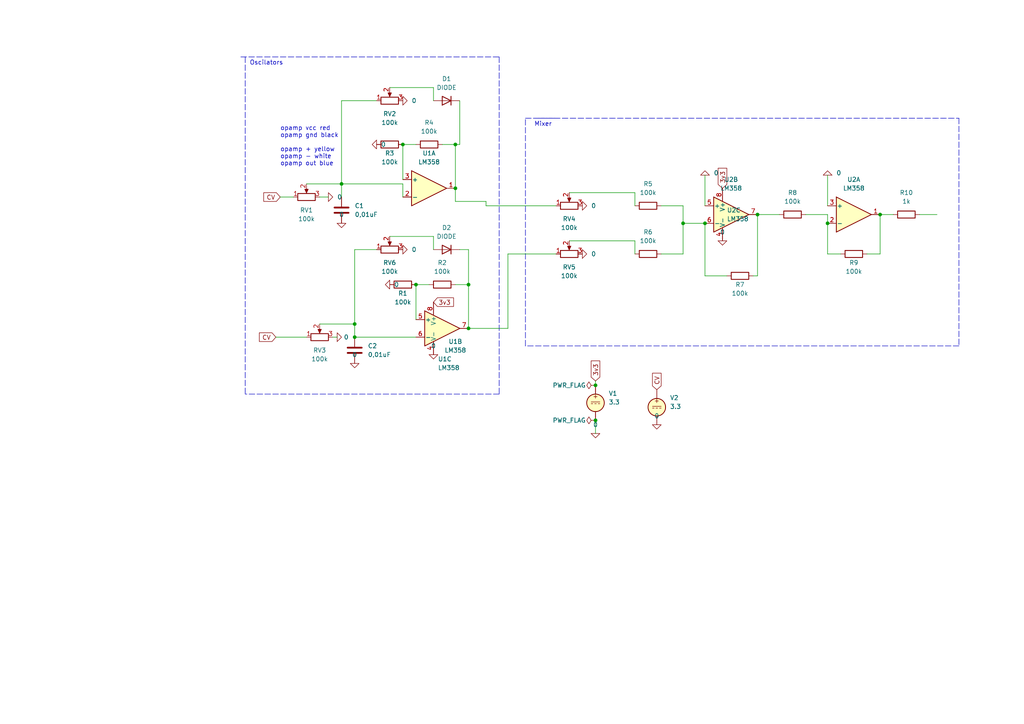
<source format=kicad_sch>
(kicad_sch (version 20211123) (generator eeschema)
  (paper "A4")
  (lib_symbols
    (symbol "Amplifier_Operational:LM358" (pin_names (offset 0.127))
      (property "Reference" "U" (at 0 5.08 0))
      (property "Value" "LM358" (at 0 -5.08 0))
      (symbol "LM358_1_1"
        (polyline (pts (xy -5.08 5.08) (xy 5.08 0) (xy -5.08 -5.08) (xy -5.08 5.08)) (stroke (width 0.254)) (fill (type background)))
        (pin output line (at 7.62 0 180) (length 2.54) (name "~") (number "1"))
        (pin input line (at -7.62 -2.54 0) (length 2.54) (name "-") (number "2"))
        (pin input line (at -7.62 2.54 0) (length 2.54) (name "+") (number "3"))
      )
      (symbol "LM358_2_1"
        (polyline (pts (xy -5.08 5.08) (xy 5.08 0) (xy -5.08 -5.08) (xy -5.08 5.08)) (stroke (width 0.254)) (fill (type background)))
        (pin input line (at -7.62 2.54 0) (length 2.54) (name "+") (number "5"))
        (pin input line (at -7.62 -2.54 0) (length 2.54) (name "-") (number "6"))
        (pin output line (at 7.62 0 180) (length 2.54) (name "~") (number "7"))
      )
      (symbol "LM358_3_1"
        (pin power_in line (at -2.54 -7.62 90) (length 3.81) (name "V-") (number "4"))
        (pin power_in line (at -2.54 7.62 270) (length 3.81) (name "V+") (number "8"))
      )
    )
    (symbol "Device:C" (pin_numbers hide) (pin_names (offset 0.254))
      (property "Reference" "C" (at 0.635 2.54 0))
      (property "Value" "C" (at 0.635 -2.54 0))
      (symbol "C_0_1"
        (polyline (pts (xy -2.032 -0.762) (xy 2.032 -0.762)) (stroke (width 0.508)))
        (polyline (pts (xy -2.032 0.762) (xy 2.032 0.762)) (stroke (width 0.508)))
      )
      (symbol "C_1_1"
        (pin passive line (at 0 3.81 270) (length 2.794) (name "~") (number "1"))
        (pin passive line (at 0 -3.81 90) (length 2.794) (name "~") (number "2"))
      )
    )
    (symbol "Device:R" (pin_numbers hide) (pin_names (offset 0))
      (property "Reference" "R" (at 2.032 0 90))
      (property "Value" "R" (at 0 0 90))
      (symbol "R_0_1"
        (rectangle (start -1.016 -2.54) (end 1.016 2.54) (stroke (width 0.254)))
      )
      (symbol "R_1_1"
        (pin passive line (at 0 3.81 270) (length 1.27) (name "~") (number "1"))
        (pin passive line (at 0 -3.81 90) (length 1.27) (name "~") (number "2"))
      )
    )
    (symbol "Device:R_Potentiometer" (pin_names (offset 1.016) hide)
      (property "Reference" "RV" (at -4.445 0 90))
      (property "Value" "R_Potentiometer" (at -2.54 0 90))
      (symbol "R_Potentiometer_0_1"
        (polyline (pts (xy 2.54 0) (xy 1.524 0)))
        (polyline (pts (xy 1.143 0) (xy 2.286 0.508) (xy 2.286 -0.508) (xy 1.143 0)) (fill (type outline)))
        (rectangle (start 1.016 2.54) (end -1.016 -2.54) (stroke (width 0.254)))
      )
      (symbol "R_Potentiometer_1_1"
        (pin passive line (at 0 3.81 270) (length 1.27) (name "1") (number "1"))
        (pin passive line (at 3.81 0 180) (length 1.27) (name "2") (number "2"))
        (pin passive line (at 0 -3.81 90) (length 1.27) (name "3") (number "3"))
      )
    )
    (symbol "Simulation_SPICE:DIODE" (pin_numbers hide) (pin_names (offset 1.016) hide)
      (property "Reference" "D" (at 0 2.54 0))
      (property "Value" "DIODE" (at 0 -2.54 0))
      (symbol "DIODE_0_1"
        (polyline (pts (xy 1.27 0) (xy -1.27 0)))
        (polyline (pts (xy 1.27 1.27) (xy 1.27 -1.27)) (stroke (width 0.254)))
        (polyline (pts (xy -1.27 -1.27) (xy -1.27 1.27) (xy 1.27 0) (xy -1.27 -1.27)) (stroke (width 0.254)))
      )
      (symbol "DIODE_1_1"
        (pin passive line (at -3.81 0 0) (length 2.54) (name "A") (number "1"))
        (pin passive line (at 3.81 0 180) (length 2.54) (name "K") (number "2"))
      )
    )
    (symbol "Simulation_SPICE:VDC" (pin_numbers hide) (pin_names (offset 0.0254))
      (property "Reference" "V" (at 2.54 2.54 0))
      (property "Value" "VDC" (at 2.54 0 0))
      (property "Spice_Model" "dc(1)" (at 2.54 -2.54 0))
      (symbol "VDC_0_0"
        (polyline (pts (xy -1.27 0.254) (xy 1.27 0.254)))
        (polyline (pts (xy -0.762 -0.254) (xy -1.27 -0.254)))
        (polyline (pts (xy 0.254 -0.254) (xy -0.254 -0.254)))
        (polyline (pts (xy 1.27 -0.254) (xy 0.762 -0.254)))
        (text "+" (at 0 1.905 0) (effects (font (size 1.27 1.27))))
      )
      (symbol "VDC_0_1"
        (circle (center 0 0) (radius 2.54) (stroke (width 0.254)) (fill (type background)))
      )
      (symbol "VDC_1_1"
        (pin passive line (at 0 5.08 270) (length 2.54) (name "~") (number "1"))
        (pin passive line (at 0 -5.08 90) (length 2.54) (name "~") (number "2"))
      )
    )
    (symbol "power:PWR_FLAG" (power) (pin_numbers hide) (pin_names (offset 0) hide)
      (property "Value" "PWR_FLAG" (at 0 3.81 0))
      (symbol "PWR_FLAG_0_0"
        (pin power_out line (at 0 0 90) (length 0) (name "pwr") (number "1"))
      )
      (symbol "PWR_FLAG_0_1"
        (polyline (pts (xy 0 0) (xy 0 1.27) (xy -1.016 1.905) (xy 0 2.54) (xy 1.016 1.905) (xy 0 1.27)))
      )
    )
    (symbol "pspice:0" (power) (pin_names (offset 0))
      (property "Value" "0" (at 0 -1.778 0))
      (symbol "0_0_1"
        (polyline (pts (xy -1.27 0) (xy 0 -1.27) (xy 1.27 0) (xy -1.27 0)))
      )
      (symbol "0_1_1"
        (pin power_in line (at 0 0 0) (length 0) hide (name "0") (number "1"))
      )
    )
  )
  (junction (at 172.72 121.92))
  (junction (at 99.06 53.34))
  (junction (at 132.08 41.91))
  (junction (at 132.08 54.61))
  (junction (at 204.47 64.77))
  (junction (at 116.84 41.91))
  (junction (at 135.89 82.55))
  (junction (at 255.27 62.23))
  (junction (at 102.87 97.79))
  (junction (at 219.71 62.23))
  (junction (at 135.89 95.25))
  (junction (at 172.72 111.76))
  (junction (at 240.03 64.77))
  (junction (at 102.87 93.98))
  (junction (at 198.12 64.77))
  (junction (at 120.65 82.55))
  (wire (pts (xy 140.97 59.69) (xy 140.97 58.42)))
  (wire (pts (xy 198.12 64.77) (xy 198.12 73.66)))
  (wire (pts (xy 113.03 25.4) (xy 125.73 25.4)))
  (wire (pts (xy 243.84 73.66) (xy 240.03 73.66)))
  (wire (pts (xy 102.87 97.79) (xy 120.65 97.79)))
  (wire (pts (xy 135.89 72.39) (xy 135.89 82.55)))
  (wire (pts (xy 165.1 69.85) (xy 184.15 69.85)))
  (wire (pts (xy 240.03 64.77) (xy 240.03 73.66)))
  (wire (pts (xy 255.27 62.23) (xy 255.27 73.66)))
  (polyline (pts (xy 156.21 34.29) (xy 278.13 34.29)))
  (wire (pts (xy 132.08 54.61) (xy 132.08 58.42)))
  (wire (pts (xy 140.97 58.42) (xy 132.08 58.42)))
  (wire (pts (xy 116.84 41.91) (xy 116.84 52.07)))
  (polyline (pts (xy 278.13 34.29) (xy 278.13 100.33)))
  (wire (pts (xy 133.35 41.91) (xy 132.08 41.91)))
  (wire (pts (xy 125.73 25.4) (xy 125.73 29.21)))
  (wire (pts (xy 147.32 73.66) (xy 161.29 73.66)))
  (polyline (pts (xy 152.4 100.33) (xy 152.4 34.29)))
  (polyline (pts (xy 144.78 114.3) (xy 71.12 114.3)))
  (wire (pts (xy 85.09 57.15) (xy 81.28 57.15)))
  (wire (pts (xy 147.32 73.66) (xy 147.32 95.25)))
  (wire (pts (xy 172.72 110.49) (xy 172.72 111.76)))
  (polyline (pts (xy 69.85 16.51) (xy 144.78 16.51)))
  (wire (pts (xy 102.87 93.98) (xy 102.87 97.79)))
  (wire (pts (xy 109.22 29.21) (xy 99.06 29.21)))
  (wire (pts (xy 219.71 80.01) (xy 219.71 62.23)))
  (wire (pts (xy 135.89 82.55) (xy 132.08 82.55)))
  (wire (pts (xy 198.12 64.77) (xy 204.47 64.77)))
  (wire (pts (xy 92.71 57.15) (xy 95.25 57.15)))
  (wire (pts (xy 133.35 72.39) (xy 135.89 72.39)))
  (wire (pts (xy 204.47 50.8) (xy 204.47 59.69)))
  (wire (pts (xy 233.68 62.23) (xy 240.03 62.23)))
  (wire (pts (xy 135.89 82.55) (xy 135.89 95.25)))
  (wire (pts (xy 255.27 62.23) (xy 259.08 62.23)))
  (wire (pts (xy 99.06 53.34) (xy 99.06 57.15)))
  (wire (pts (xy 255.27 73.66) (xy 251.46 73.66)))
  (wire (pts (xy 116.84 57.15) (xy 116.84 53.34)))
  (polyline (pts (xy 152.4 34.29) (xy 161.29 34.29)))
  (wire (pts (xy 219.71 62.23) (xy 226.06 62.23)))
  (polyline (pts (xy 144.78 16.51) (xy 144.78 114.3)))
  (wire (pts (xy 240.03 50.8) (xy 240.03 59.69)))
  (wire (pts (xy 132.08 41.91) (xy 128.27 41.91)))
  (wire (pts (xy 204.47 80.01) (xy 210.82 80.01)))
  (wire (pts (xy 191.77 59.69) (xy 198.12 59.69)))
  (wire (pts (xy 184.15 59.69) (xy 184.15 55.88)))
  (wire (pts (xy 120.65 82.55) (xy 120.65 92.71)))
  (wire (pts (xy 99.06 29.21) (xy 99.06 53.34)))
  (wire (pts (xy 240.03 62.23) (xy 240.03 64.77)))
  (wire (pts (xy 198.12 73.66) (xy 191.77 73.66)))
  (polyline (pts (xy 71.12 16.51) (xy 71.12 114.3)))
  (wire (pts (xy 92.71 93.98) (xy 102.87 93.98)))
  (wire (pts (xy 88.9 53.34) (xy 99.06 53.34)))
  (wire (pts (xy 80.01 97.79) (xy 88.9 97.79)))
  (wire (pts (xy 147.32 95.25) (xy 135.89 95.25)))
  (wire (pts (xy 109.22 72.39) (xy 102.87 72.39)))
  (wire (pts (xy 204.47 80.01) (xy 204.47 64.77)))
  (wire (pts (xy 271.78 62.23) (xy 266.7 62.23)))
  (wire (pts (xy 218.44 80.01) (xy 219.71 80.01)))
  (wire (pts (xy 120.65 41.91) (xy 116.84 41.91)))
  (wire (pts (xy 132.08 41.91) (xy 132.08 54.61)))
  (wire (pts (xy 140.97 59.69) (xy 161.29 59.69)))
  (wire (pts (xy 113.03 68.58) (xy 125.73 68.58)))
  (wire (pts (xy 172.72 121.92) (xy 172.72 125.73)))
  (wire (pts (xy 133.35 29.21) (xy 133.35 41.91)))
  (wire (pts (xy 116.84 53.34) (xy 99.06 53.34)))
  (wire (pts (xy 96.52 97.79) (xy 97.79 97.79)))
  (wire (pts (xy 198.12 59.69) (xy 198.12 64.77)))
  (wire (pts (xy 102.87 72.39) (xy 102.87 93.98)))
  (wire (pts (xy 125.73 68.58) (xy 125.73 72.39)))
  (wire (pts (xy 184.15 55.88) (xy 165.1 55.88)))
  (wire (pts (xy 184.15 69.85) (xy 184.15 73.66)))
  (polyline (pts (xy 278.13 100.33) (xy 152.4 100.33)))
  (wire (pts (xy 124.46 82.55) (xy 120.65 82.55)))
  (text "Oscilators\n" (at 72.39 19.05 0) (effects (font (size 1.27 1.27)) (justify left bottom)))
  (text "Mixer" (at 154.94 36.83 0) (effects (font (size 1.27 1.27)) (justify left bottom)))
  (text "opamp vcc red\nopamp gnd black\n\nopamp + yellow\nopamp - white\nopamp out blue\n" (at 81.28 48.26 0) (effects (font (size 1.27 1.27)) (justify left bottom)))
  (global_label "CV" (shape input) (at 80.01 97.79 180) (property "Intersheet References" "${INTERSHEET_REFS}" (effects hide)))
  (global_label "3v3" (shape input) (at 172.72 110.49 90) (property "Intersheet References" "${INTERSHEET_REFS}" (effects hide)))
  (global_label "CV" (shape input) (at 190.5 113.03 90) (property "Intersheet References" "${INTERSHEET_REFS}" (effects hide)))
  (global_label "3v3" (shape input) (at 209.55 54.61 90) (property "Intersheet References" "${INTERSHEET_REFS}" (effects hide)))
  (global_label "3v3" (shape input) (at 125.73 87.63 0) (property "Intersheet References" "${INTERSHEET_REFS}" (effects hide)))
  (global_label "CV" (shape input) (at 81.28 57.15 180) (property "Intersheet References" "${INTERSHEET_REFS}" (effects hide)))
  (symbol (lib_id "power:PWR_FLAG") (at 172.72 121.92 90) (unit 1)
    (property "Reference" "#FLG0101" (effects hide))
    (property "Value" "PWR_FLAG" (at 165.1 121.92 90))
  )
  (symbol (lib_id "Device:R_Potentiometer") (at 165.1 59.69 90) (unit 1)
    (property "Reference" "RV4" (at 165.1 63.5 90))
    (property "Value" "100k" (at 165.1 66.04 90))
    (property "Spice_Primitive" "R" (effects hide))
    (property "Spice_Model" "100k" (effects hide))
    (property "Spice_Netlist_Enabled" "Y" (effects hide))
  )
  (symbol (lib_id "pspice:0") (at 95.25 57.15 90) (unit 1)
    (property "Reference" "#GND0118" (effects hide))
    (property "Value" "0" (at 97.79 57.1499 90) (effects (justify right)))
  )
  (symbol (lib_id "Simulation_SPICE:VDC") (at 172.72 116.84 0) (unit 1)
    (property "Reference" "V1" (at 176.53 114.1101 0) (effects (justify left)))
    (property "Value" "VDC" (at 176.53 116.6501 0) (effects (justify left)))
    (property "Spice_Netlist_Enabled" "Y" (effects hide))
    (property "Spice_Primitive" "V" (effects hide))
    (property "Spice_Model" "dc(3.3)" (at 176.53 119.1901 0) (effects (justify left)))
  )
  (symbol (lib_id "pspice:0") (at 240.03 50.8 180) (unit 1)
    (property "Reference" "#GND0105" (effects hide))
    (property "Value" "0" (at 242.57 50.1649 0) (effects (justify right)))
  )
  (symbol (lib_id "pspice:0") (at 116.84 29.21 90) (unit 1)
    (property "Reference" "#GND0117" (effects hide))
    (property "Value" "0" (at 119.38 29.2099 90) (effects (justify right)))
  )
  (symbol (lib_id "pspice:0") (at 99.06 64.77 0) (unit 1)
    (property "Reference" "#GND0115" (effects hide))
    (property "Value" "0" (at 99.06 62.23 0))
  )
  (symbol (lib_id "pspice:0") (at 116.84 72.39 90) (unit 1)
    (property "Reference" "#GND0119" (effects hide))
    (property "Value" "0" (at 119.38 72.3899 90) (effects (justify right)))
  )
  (symbol (lib_id "Amplifier_Operational:LM358") (at 247.65 62.23 0) (unit 1)
    (property "Reference" "U2" (at 247.65 52.07 0))
    (property "Value" "LM358" (at 247.65 54.61 0))
    (property "Datasheet" "http://www.ti.com/lit/ds/symlink/lm2904-n.pdf" (effects hide))
  )
  (symbol (lib_id "pspice:0") (at 102.87 105.41 0) (unit 1)
    (property "Reference" "#GND0111" (effects hide))
    (property "Value" "0" (at 102.87 102.87 0))
  )
  (symbol (lib_id "pspice:0") (at 168.91 59.69 90) (unit 1)
    (property "Reference" "#GND0106" (effects hide))
    (property "Value" "0" (at 171.45 59.6899 90) (effects (justify right)))
  )
  (symbol (lib_id "Simulation_SPICE:DIODE") (at 129.54 72.39 0) (unit 1)
    (property "Reference" "D2" (at 129.54 66.04 0))
    (property "Value" "DIODE" (at 129.54 68.58 0))
    (property "Spice_Netlist_Enabled" "Y" (effects hide))
    (property "Spice_Primitive" "D" (effects hide))
    (property "Spice_Model" "D1N4148" (effects hide))
    (property "Spice_Lib_File" "C:\\Users\\Kuca\\Downloads\\1N4148.mod" (effects hide))
  )
  (symbol (lib_id "Simulation_SPICE:VDC") (at 190.5 118.11 0) (unit 1)
    (property "Reference" "V2" (at 194.31 115.3801 0) (effects (justify left)))
    (property "Value" "VDC" (at 194.31 117.9201 0) (effects (justify left)))
    (property "Spice_Netlist_Enabled" "Y" (effects hide))
    (property "Spice_Primitive" "V" (effects hide))
    (property "Spice_Model" "dc(3.3)" (at 194.31 120.4601 0) (effects (justify left)))
  )
  (symbol (lib_id "Device:R") (at 113.03 41.91 90) (unit 1)
    (property "Reference" "R3" (at 113.03 44.45 90))
    (property "Value" "100k" (at 113.03 46.99 90))
  )
  (symbol (lib_id "Device:R") (at 214.63 80.01 90) (unit 1)
    (property "Reference" "R7" (at 214.63 82.55 90))
    (property "Value" "100k" (at 214.63 85.09 90))
  )
  (symbol (lib_id "pspice:0") (at 190.5 123.19 0) (unit 1)
    (property "Reference" "#GND0103" (effects hide))
    (property "Value" "0" (at 190.5 120.65 0))
  )
  (symbol (lib_id "Device:R_Potentiometer") (at 92.71 97.79 90) (unit 1)
    (property "Reference" "RV3" (at 92.71 101.6 90))
    (property "Value" "100k" (at 92.71 104.14 90))
    (property "Spice_Primitive" "R" (effects hide))
    (property "Spice_Model" "100k" (effects hide))
    (property "Spice_Netlist_Enabled" "Y" (effects hide))
  )
  (symbol (lib_id "Device:R") (at 124.46 41.91 90) (unit 1)
    (property "Reference" "R4" (at 124.46 35.56 90))
    (property "Value" "100k" (at 124.46 38.1 90))
  )
  (symbol (lib_id "pspice:0") (at 172.72 125.73 0) (unit 1)
    (property "Reference" "#GND0102" (effects hide))
    (property "Value" "0" (at 172.72 123.19 0))
  )
  (symbol (lib_id "Device:R_Potentiometer") (at 113.03 72.39 90) (unit 1)
    (property "Reference" "RV6" (at 113.03 76.2 90))
    (property "Value" "100k" (at 113.03 78.74 90))
    (property "Spice_Primitive" "R" (effects hide))
    (property "Spice_Model" "100k" (effects hide))
    (property "Spice_Netlist_Enabled" "Y" (effects hide))
  )
  (symbol (lib_id "Device:R") (at 116.84 82.55 90) (unit 1)
    (property "Reference" "R1" (at 116.84 85.09 90))
    (property "Value" "100k" (at 116.84 87.63 90))
  )
  (symbol (lib_id "Amplifier_Operational:LM358") (at 212.09 62.23 0) (unit 2)
    (property "Reference" "U2" (at 212.09 52.07 0))
    (property "Value" "LM358" (at 212.09 54.61 0))
    (property "Datasheet" "http://www.ti.com/lit/ds/symlink/lm2904-n.pdf" (effects hide))
  )
  (symbol (lib_id "Device:R_Potentiometer") (at 113.03 29.21 90) (unit 1)
    (property "Reference" "RV2" (at 113.03 33.02 90))
    (property "Value" "100k" (at 113.03 35.56 90))
    (property "Spice_Primitive" "R" (effects hide))
    (property "Spice_Model" "100k" (effects hide))
    (property "Spice_Netlist_Enabled" "Y" (effects hide))
  )
  (symbol (lib_id "Simulation_SPICE:DIODE") (at 129.54 29.21 0) (unit 1)
    (property "Reference" "D1" (at 129.54 22.86 0))
    (property "Value" "DIODE" (at 129.54 25.4 0))
    (property "Spice_Netlist_Enabled" "Y" (effects hide))
    (property "Spice_Primitive" "D" (effects hide))
    (property "Spice_Model" "D1N4148" (effects hide))
    (property "Spice_Lib_File" "C:\\Users\\Kuca\\Downloads\\1N4148.mod" (effects hide))
  )
  (symbol (lib_id "Device:R") (at 247.65 73.66 90) (unit 1)
    (property "Reference" "R9" (at 247.65 76.2 90))
    (property "Value" "100k" (at 247.65 78.74 90))
  )
  (symbol (lib_id "pspice:0") (at 109.22 41.91 270) (unit 1)
    (property "Reference" "#GND0116" (effects hide))
    (property "Value" "0" (at 110.49 41.9099 90) (effects (justify left)))
  )
  (symbol (lib_id "Amplifier_Operational:LM358") (at 128.27 95.25 0) (unit 3)
    (property "Reference" "U1" (at 127 104.14 0) (effects (justify left)))
    (property "Value" "LM358" (at 127 106.68 0) (effects (justify left)))
    (property "Footprint" "Package_SO:SOP-8_3.9x4.9mm_P1.27mm" (effects hide))
    (property "Datasheet" "http://www.ti.com/lit/ds/symlink/lm2904-n.pdf" (effects hide))
  )
  (symbol (lib_id "pspice:0") (at 204.47 50.8 180) (unit 1)
    (property "Reference" "#GND0109" (effects hide))
    (property "Value" "0" (at 207.01 50.1649 0) (effects (justify right)))
  )
  (symbol (lib_id "Device:R_Potentiometer") (at 165.1 73.66 90) (unit 1)
    (property "Reference" "RV5" (at 165.1 77.47 90))
    (property "Value" "100k" (at 165.1 80.01 90))
    (property "Spice_Primitive" "R" (effects hide))
    (property "Spice_Model" "100k" (effects hide))
    (property "Spice_Netlist_Enabled" "Y" (effects hide))
  )
  (symbol (lib_id "Device:R") (at 187.96 73.66 90) (unit 1)
    (property "Reference" "R6" (at 187.96 67.31 90))
    (property "Value" "100k" (at 187.96 69.85 90))
  )
  (symbol (lib_id "power:PWR_FLAG") (at 172.72 111.76 90) (unit 1)
    (property "Reference" "#FLG0102" (effects hide))
    (property "Value" "PWR_FLAG" (at 165.1 111.76 90))
  )
  (symbol (lib_id "pspice:0") (at 125.73 102.87 0) (unit 1)
    (property "Reference" "#GND0114" (effects hide))
    (property "Value" "0" (at 125.73 100.33 0))
  )
  (symbol (lib_id "Amplifier_Operational:LM358") (at 212.09 62.23 0) (unit 3)
    (property "Reference" "U2" (at 210.82 60.9599 0) (effects (justify left)))
    (property "Value" "LM358" (at 210.82 63.4999 0) (effects (justify left)))
    (property "Datasheet" "http://www.ti.com/lit/ds/symlink/lm2904-n.pdf" (effects hide))
  )
  (symbol (lib_id "Device:C") (at 102.87 101.6 0) (unit 1)
    (property "Reference" "C2" (at 106.68 100.3299 0) (effects (justify left)))
    (property "Value" "0,01uF" (at 106.68 102.8699 0) (effects (justify left)))
  )
  (symbol (lib_id "pspice:0") (at 209.55 69.85 0) (unit 1)
    (property "Reference" "#GND0108" (effects hide))
    (property "Value" "0" (at 209.55 67.31 0))
  )
  (symbol (lib_id "pspice:0") (at 168.91 73.66 90) (unit 1)
    (property "Reference" "#GND0107" (effects hide))
    (property "Value" "0" (at 171.45 73.6599 90) (effects (justify right)))
  )
  (symbol (lib_id "pspice:0") (at 113.03 82.55 270) (unit 1)
    (property "Reference" "#GND0112" (effects hide))
    (property "Value" "0" (at 114.3 82.5499 90) (effects (justify left)))
  )
  (symbol (lib_id "Device:R") (at 187.96 59.69 90) (unit 1)
    (property "Reference" "R5" (at 187.96 53.34 90))
    (property "Value" "100k" (at 187.96 55.88 90))
  )
  (symbol (lib_id "Device:R") (at 262.89 62.23 90) (unit 1)
    (property "Reference" "R10" (at 262.89 55.88 90))
    (property "Value" "1k" (at 262.89 58.42 90))
  )
  (symbol (lib_id "Device:R_Potentiometer") (at 88.9 57.15 90) (unit 1)
    (property "Reference" "RV1" (at 88.9 60.96 90))
    (property "Value" "100k" (at 88.9 63.5 90))
    (property "Spice_Primitive" "R" (effects hide))
    (property "Spice_Model" "100k" (effects hide))
    (property "Spice_Netlist_Enabled" "Y" (effects hide))
  )
  (symbol (lib_id "Amplifier_Operational:LM358") (at 124.46 54.61 0) (unit 1)
    (property "Reference" "U1" (at 124.46 44.45 0))
    (property "Value" "LM358" (at 124.46 46.99 0))
    (property "Footprint" "Package_SO:SOP-8_3.9x4.9mm_P1.27mm" (effects hide))
    (property "Datasheet" "http://www.ti.com/lit/ds/symlink/lm2904-n.pdf" (effects hide))
  )
  (symbol (lib_id "Device:R") (at 128.27 82.55 90) (unit 1)
    (property "Reference" "R2" (at 128.27 76.2 90))
    (property "Value" "100k" (at 128.27 78.74 90))
  )
  (symbol (lib_id "Amplifier_Operational:LM358") (at 128.27 95.25 0) (unit 2)
    (property "Reference" "U1" (at 132.08 99.06 0))
    (property "Value" "LM358" (at 132.08 101.6 0))
    (property "Footprint" "Package_SO:SOP-8_3.9x4.9mm_P1.27mm" (effects hide))
    (property "Datasheet" "http://www.ti.com/lit/ds/symlink/lm2904-n.pdf" (effects hide))
  )
  (symbol (lib_id "pspice:0") (at 97.79 97.79 90) (unit 1)
    (property "Reference" "#GND0110" (effects hide))
    (property "Value" "0" (at 99.7077 97.7899 90) (effects (justify right)))
  )
  (symbol (lib_id "Device:C") (at 99.06 60.96 0) (unit 1)
    (property "Reference" "C1" (at 102.87 59.6899 0) (effects (justify left)))
    (property "Value" "0,01uF" (at 102.87 62.2299 0) (effects (justify left)))
  )
  (symbol (lib_id "Device:R") (at 229.87 62.23 90) (unit 1)
    (property "Reference" "R8" (at 229.87 55.88 90))
    (property "Value" "100k" (at 229.87 58.42 90))
  )
)
</source>
